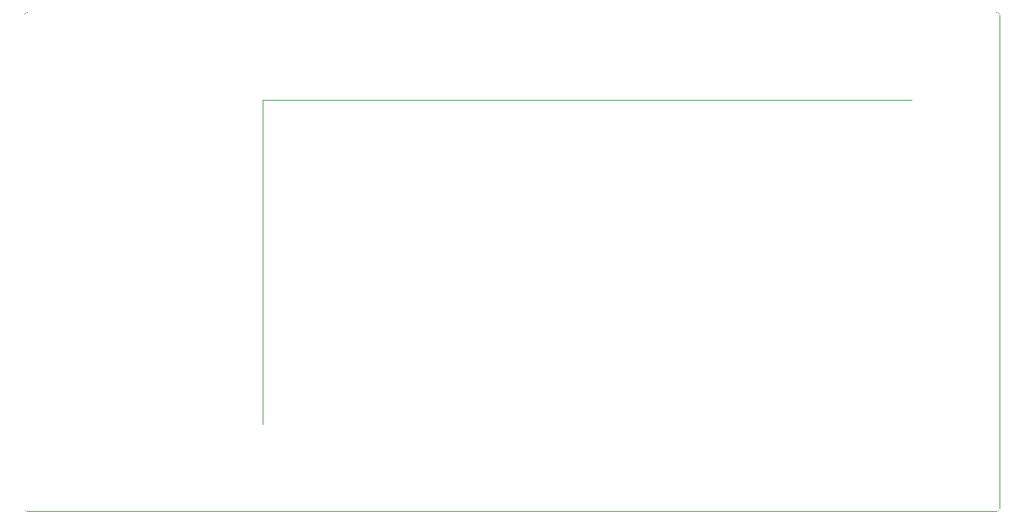
<source format=gbr>
%TF.GenerationSoftware,KiCad,Pcbnew,(5.1.10-1-10_14)*%
%TF.CreationDate,2021-08-26T21:48:08+08:00*%
%TF.ProjectId,SMP top plate v.2 ,534d5020-746f-4702-9070-6c6174652076,rev?*%
%TF.SameCoordinates,Original*%
%TF.FileFunction,Legend,Bot*%
%TF.FilePolarity,Positive*%
%FSLAX46Y46*%
G04 Gerber Fmt 4.6, Leading zero omitted, Abs format (unit mm)*
G04 Created by KiCad (PCBNEW (5.1.10-1-10_14)) date 2021-08-26 21:48:08*
%MOMM*%
%LPD*%
G01*
G04 APERTURE LIST*
%TA.AperFunction,Profile*%
%ADD10C,0.050000*%
%TD*%
%ADD11C,0.500000*%
%ADD12C,6.400000*%
%ADD13C,3.600000*%
G04 APERTURE END LIST*
D10*
X194200780Y-129593340D02*
G75*
G02*
X193878747Y-129928609I-322021J-12986D01*
G01*
X193878200Y-71188580D02*
G75*
G02*
X194213469Y-71510613I12986J-322021D01*
G01*
X183972200Y-81432400D02*
X107543600Y-81432400D01*
X183972200Y-119735600D02*
X183972200Y-81432400D01*
X107543600Y-119735600D02*
X183972200Y-119735600D01*
X107543600Y-81432400D02*
X107543600Y-119735600D01*
X79839820Y-129931160D02*
G75*
G02*
X79514700Y-129606040I0J325120D01*
G01*
X79517240Y-71513700D02*
G75*
G02*
X79842360Y-71188580I325120J0D01*
G01*
X79839820Y-129931160D02*
X193878200Y-129928620D01*
X194200780Y-129593340D02*
X194213469Y-71510613D01*
X193878200Y-71188580D02*
X79842360Y-71188580D01*
X79517240Y-71513700D02*
X79514700Y-129606040D01*
%LPC*%
D11*
X193939000Y-71462900D02*
X193939000Y-129651760D01*
X79792640Y-71462900D02*
X79791560Y-129651760D01*
X79792640Y-71462900D02*
X193929000Y-71462900D01*
X79791560Y-129651760D02*
X193939000Y-129651760D01*
X193939000Y-129654300D02*
X193939000Y-71462900D01*
X184251600Y-120015000D02*
X107264200Y-120015000D01*
X107264200Y-81153000D02*
X107264200Y-120015000D01*
X107264200Y-81153000D02*
X184251600Y-81153000D01*
X184251600Y-81153000D02*
X184251600Y-120015000D01*
D12*
%TO.C,H1*%
X189052200Y-76352400D03*
D13*
X189052200Y-76352400D03*
%TD*%
D12*
%TO.C,H4*%
X84679600Y-124764800D03*
D13*
X84679600Y-124764800D03*
%TD*%
D12*
%TO.C,H3*%
X84679600Y-76352400D03*
D13*
X84679600Y-76352400D03*
%TD*%
D12*
%TO.C,H2*%
X189052200Y-124764800D03*
D13*
X189052200Y-124764800D03*
%TD*%
M02*

</source>
